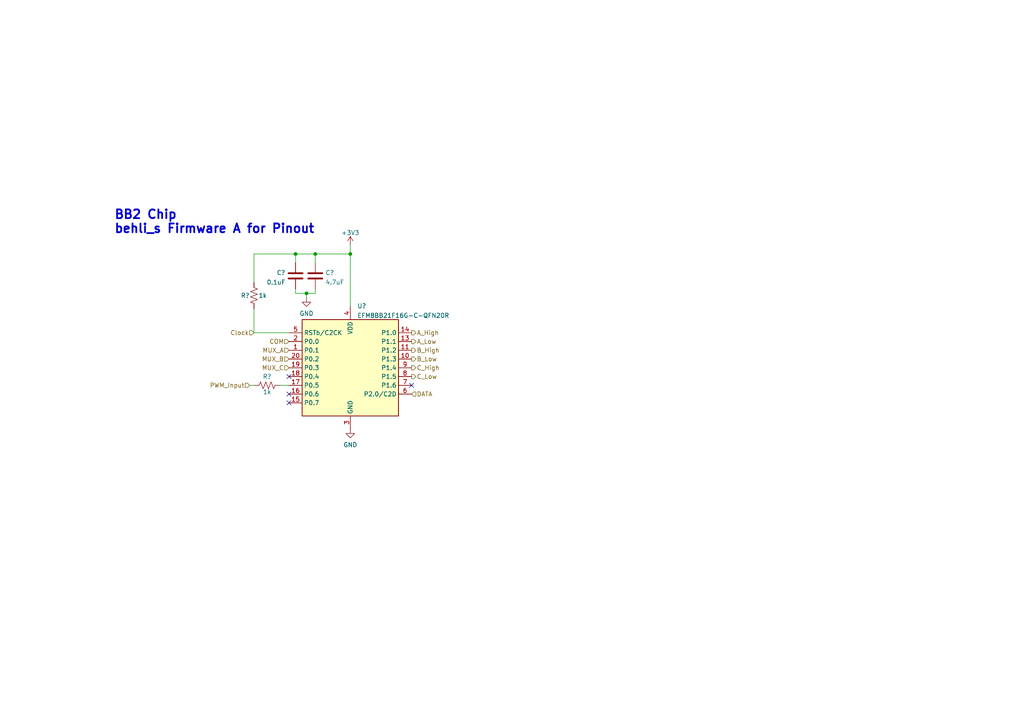
<source format=kicad_sch>
(kicad_sch (version 20211123) (generator eeschema)
  (paper "A4")
  (lib_symbols
    (symbol "Device:C" (pin_numbers hide) (pin_names (offset 0.254))
      (property "Reference" "C" (at 0.635 2.54 0))
      (property "Value" "C" (at 0.635 -2.54 0))
      (symbol "C_0_1"
        (polyline (pts (xy -2.032 -0.762) (xy 2.032 -0.762)) (stroke (width 0.508)))
        (polyline (pts (xy -2.032 0.762) (xy 2.032 0.762)) (stroke (width 0.508)))
      )
      (symbol "C_1_1"
        (pin passive line (at 0 3.81 270) (length 2.794) (name "~") (number "1"))
        (pin passive line (at 0 -3.81 90) (length 2.794) (name "~") (number "2"))
      )
    )
    (symbol "Device:R_US" (pin_numbers hide) (pin_names (offset 0))
      (property "Reference" "R" (at 2.54 0 90))
      (property "Value" "R_US" (at -2.54 0 90))
      (symbol "R_US_0_1"
        (polyline (pts (xy 0 -2.286) (xy 0 -2.54)))
        (polyline (pts (xy 0 2.286) (xy 0 2.54)))
        (polyline (pts (xy 0 -0.762) (xy 1.016 -1.143) (xy 0 -1.524) (xy -1.016 -1.905) (xy 0 -2.286)))
        (polyline (pts (xy 0 0.762) (xy 1.016 0.381) (xy 0 0) (xy -1.016 -0.381) (xy 0 -0.762)))
        (polyline (pts (xy 0 2.286) (xy 1.016 1.905) (xy 0 1.524) (xy -1.016 1.143) (xy 0 0.762)))
      )
      (symbol "R_US_1_1"
        (pin passive line (at 0 3.81 270) (length 1.27) (name "~") (number "1"))
        (pin passive line (at 0 -3.81 90) (length 1.27) (name "~") (number "2"))
      )
    )
    (symbol "MCU_SiliconLabs:EFM8BB10F8A-A-QFN20"
      (property "Reference" "U" (at -13.97 15.24 0))
      (property "Value" "EFM8BB10F8A-A-QFN20" (at 1.27 15.24 0))
      (symbol "EFM8BB10F8A-A-QFN20_0_1"
        (rectangle (start -13.97 13.97) (end 13.97 -13.97) (stroke (width 0.254)) (fill (type background)))
        (pin bidirectional line (at -17.78 5.08 0) (length 3.81) (name "P0.1") (number "1"))
        (pin bidirectional line (at 17.78 2.54 180) (length 3.81) (name "P1.3") (number "10"))
        (pin bidirectional line (at 17.78 5.08 180) (length 3.81) (name "P1.2") (number "11"))
        (pin passive line (at 0 -17.78 90) (length 3.81) hide (name "GND") (number "12"))
        (pin bidirectional line (at 17.78 7.62 180) (length 3.81) (name "P1.1") (number "13"))
        (pin bidirectional line (at 17.78 10.16 180) (length 3.81) (name "P1.0") (number "14"))
        (pin bidirectional line (at -17.78 -10.16 0) (length 3.81) (name "P0.7") (number "15"))
        (pin bidirectional line (at -17.78 -7.62 0) (length 3.81) (name "P0.6") (number "16"))
        (pin bidirectional line (at -17.78 -5.08 0) (length 3.81) (name "P0.5") (number "17"))
        (pin bidirectional line (at -17.78 -2.54 0) (length 3.81) (name "P0.4") (number "18"))
        (pin bidirectional line (at -17.78 0 0) (length 3.81) (name "P0.3") (number "19"))
        (pin bidirectional line (at -17.78 7.62 0) (length 3.81) (name "P0.0") (number "2"))
        (pin bidirectional line (at -17.78 2.54 0) (length 3.81) (name "P0.2") (number "20"))
        (pin passive line (at 0 -17.78 90) (length 3.81) hide (name "GND") (number "21"))
        (pin power_in line (at 0 -17.78 90) (length 3.81) (name "GND") (number "3"))
        (pin power_in line (at 0 17.78 270) (length 3.81) (name "VDD") (number "4"))
        (pin input line (at -17.78 10.16 0) (length 3.81) (name "RSTb/C2CK") (number "5"))
        (pin bidirectional line (at 17.78 -7.62 180) (length 3.81) (name "P2.0/C2D") (number "6"))
        (pin bidirectional line (at 17.78 -5.08 180) (length 3.81) (name "P1.6") (number "7"))
        (pin bidirectional line (at 17.78 -2.54 180) (length 3.81) (name "P1.5") (number "8"))
        (pin bidirectional line (at 17.78 0 180) (length 3.81) (name "P1.4") (number "9"))
      )
    )
    (symbol "power:+3V3" (power) (pin_names (offset 0))
      (property "Value" "+3V3" (at 0 3.556 0))
      (symbol "+3V3_0_1"
        (polyline (pts (xy -0.762 1.27) (xy 0 2.54)))
        (polyline (pts (xy 0 0) (xy 0 2.54)))
        (polyline (pts (xy 0 2.54) (xy 0.762 1.27)))
      )
      (symbol "+3V3_1_1"
        (pin power_in line (at 0 0 90) (length 0) hide (name "+3V3") (number "1"))
      )
    )
    (symbol "power:GND" (power) (pin_names (offset 0))
      (property "Value" "GND" (at 0 -3.81 0))
      (symbol "GND_0_1"
        (polyline (pts (xy 0 0) (xy 0 -1.27) (xy 1.27 -1.27) (xy 0 -2.54) (xy -1.27 -1.27) (xy 0 -1.27)))
      )
      (symbol "GND_1_1"
        (pin power_in line (at 0 0 270) (length 0) hide (name "GND") (number "1"))
      )
    )
  )
  (junction (at 101.6 73.66))
  (junction (at 85.725 73.66))
  (junction (at 91.44 73.66))
  (junction (at 88.9 85.09))
  (no_connect (at 83.82 114.3))
  (no_connect (at 83.82 116.84))
  (no_connect (at 83.82 109.22))
  (no_connect (at 119.38 111.76))
  (wire (pts (xy 101.6 71.12) (xy 101.6 73.66)))
  (wire (pts (xy 85.725 85.09) (xy 88.9 85.09)))
  (wire (pts (xy 73.66 73.66) (xy 85.725 73.66)))
  (wire (pts (xy 73.66 81.915) (xy 73.66 73.66)))
  (wire (pts (xy 101.6 73.66) (xy 101.6 88.9)))
  (wire (pts (xy 91.44 73.66) (xy 91.44 76.2)))
  (wire (pts (xy 85.725 73.66) (xy 85.725 76.2)))
  (wire (pts (xy 72.39 111.76) (xy 73.66 111.76)))
  (wire (pts (xy 81.28 111.76) (xy 83.82 111.76)))
  (wire (pts (xy 85.725 83.82) (xy 85.725 85.09)))
  (wire (pts (xy 73.66 96.52) (xy 73.66 89.535)))
  (wire (pts (xy 91.44 83.82) (xy 91.44 85.09)))
  (wire (pts (xy 91.44 73.66) (xy 85.725 73.66)))
  (wire (pts (xy 91.44 85.09) (xy 88.9 85.09)))
  (wire (pts (xy 101.6 73.66) (xy 91.44 73.66)))
  (wire (pts (xy 83.82 96.52) (xy 73.66 96.52)))
  (wire (pts (xy 88.9 85.09) (xy 88.9 86.36)))
  (text "BB2 Chip\nbehli_s Firmware A for Pinout" (at 33.02 67.945 0) (effects (font (size 2.54 2.54) (thickness 0.508) bold) (justify left bottom)))
  (hierarchical_label "B_High" (shape output) (at 119.38 101.6 0))
  (hierarchical_label "DATA" (shape input) (at 119.38 114.3 0))
  (hierarchical_label "MUX_B" (shape input) (at 83.82 104.14 180))
  (hierarchical_label "MUX_A" (shape input) (at 83.82 101.6 180))
  (hierarchical_label "A_Low" (shape output) (at 119.38 99.06 0))
  (hierarchical_label "B_Low" (shape output) (at 119.38 104.14 0))
  (hierarchical_label "MUX_C" (shape input) (at 83.82 106.68 180))
  (hierarchical_label "C_High" (shape output) (at 119.38 106.68 0))
  (hierarchical_label "C_Low" (shape output) (at 119.38 109.22 0))
  (hierarchical_label "Clock" (shape input) (at 73.66 96.52 180))
  (hierarchical_label "PWM_Input" (shape input) (at 72.39 111.76 180))
  (hierarchical_label "A_High" (shape output) (at 119.38 96.52 0))
  (hierarchical_label "COM" (shape input) (at 83.82 99.06 180))
  (symbol (lib_id "power:+3V3") (at 101.6 71.12 0)
    (property "Reference" "#PWR?" (effects hide))
    (property "Value" "+3V3" (at 101.6 67.5155 0))
  )
  (symbol (lib_id "Device:R_US") (at 77.47 111.76 270)
    (property "Reference" "R?" (at 77.47 109.22 90))
    (property "Value" "1k" (at 77.47 113.665 90))
  )
  (symbol (lib_id "Device:R_US") (at 73.66 85.725 0)
    (property "Reference" "R?" (at 71.12 85.725 0))
    (property "Value" "1k" (at 76.2 85.725 0))
  )
  (symbol (lib_id "power:GND") (at 101.6 124.46 0)
    (property "Reference" "#PWR?" (effects hide))
    (property "Value" "GND" (at 101.6 129.0225 0))
  )
  (symbol (lib_id "Device:C") (at 91.44 80.01 0)
    (property "Reference" "C?" (at 94.361 79.1015 0) (effects (justify left)))
    (property "Value" "4.7uF" (at 94.361 81.8766 0) (effects (justify left)))
  )
  (symbol (lib_id "power:GND") (at 88.9 86.36 0)
    (property "Reference" "#PWR?" (effects hide))
    (property "Value" "GND" (at 88.9 90.9225 0))
  )
  (symbol (lib_id "Device:C") (at 85.725 80.01 0) (mirror x)
    (property "Reference" "C?" (at 82.804 79.1015 0) (effects (justify right)))
    (property "Value" "0.1uF" (at 82.804 81.8766 0) (effects (justify right)))
  )
  (symbol (lib_id "MCU_SiliconLabs:EFM8BB10F8A-A-QFN20") (at 101.6 106.68 0)
    (property "Reference" "U?" (at 103.6194 88.7435 0) (effects (justify left)))
    (property "Value" "EFM8BB21F16G-C-QFN20R" (at 103.6194 91.5186 0) (effects (justify left)))
    (property "Footprint" "Package_DFN_QFN:SiliconLabs_QFN-20-1EP_3x3mm_P0.5mm_EP1.8x1.8mm" (effects hide))
    (property "Datasheet" "https://www.silabs.com/documents/public/data-sheets/efm8bb1-datasheet.pdf" (effects hide))
  )
)
</source>
